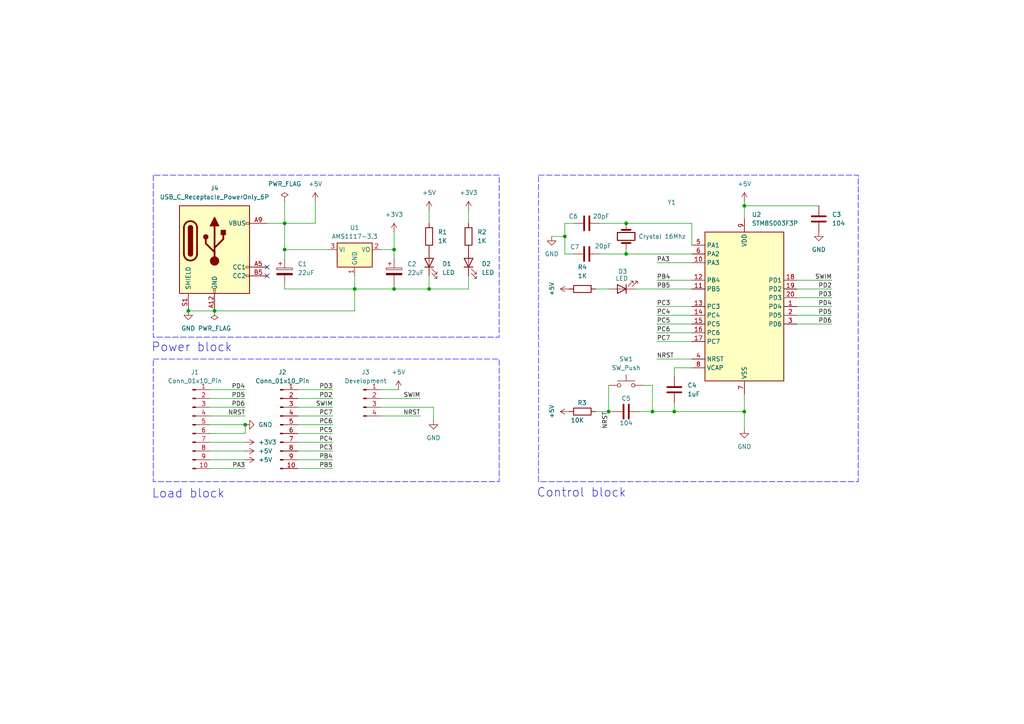
<source format=kicad_sch>
(kicad_sch (version 20250114) (generator "eeschema") (generator_version "9.0")
  (paper "A4")
  (title_block (title "Development Kit STM8S003F3") (date "2025-09-19") (rev "Rev1") (company "Lê Xuân Khánh"))
  (lib_symbols
    (symbol "Connector:Conn_01x04_Pin" (pin_names (offset 1.016) (hide yes))
      (property "Reference" "J" (at 0 5.08 0))
      (property "Value" "Conn_01x04_Pin" (at 0 -7.62 0))
      (symbol "Conn_01x04_Pin_1_1"
        (rectangle (start 0.8636 2.667) (end 0 2.413) (stroke (width 0.1524)) (fill (type outline)))
        (rectangle (start 0.8636 0.127) (end 0 -0.127) (stroke (width 0.1524)) (fill (type outline)))
        (rectangle (start 0.8636 -2.413) (end 0 -2.667) (stroke (width 0.1524)) (fill (type outline)))
        (rectangle (start 0.8636 -4.953) (end 0 -5.207) (stroke (width 0.1524)) (fill (type outline)))
        (polyline (pts (xy 1.27 2.54) (xy 0.8636 2.54)) (stroke (width 0.1524)))
        (polyline (pts (xy 1.27 0) (xy 0.8636 0)) (stroke (width 0.1524)))
        (polyline (pts (xy 1.27 -2.54) (xy 0.8636 -2.54)) (stroke (width 0.1524)))
        (polyline (pts (xy 1.27 -5.08) (xy 0.8636 -5.08)) (stroke (width 0.1524)))
        (pin passive line (at 5.08 2.54 180) (length 3.81) (name "Pin_1") (number "1"))
        (pin passive line (at 5.08 0 180) (length 3.81) (name "Pin_2") (number "2"))
        (pin passive line (at 5.08 -2.54 180) (length 3.81) (name "Pin_3") (number "3"))
        (pin passive line (at 5.08 -5.08 180) (length 3.81) (name "Pin_4") (number "4"))
      )
    )
    (symbol "Connector:Conn_01x10_Pin" (pin_names (offset 1.016) (hide yes))
      (property "Reference" "J" (at 0 12.7 0))
      (property "Value" "Conn_01x10_Pin" (at 0 -15.24 0))
      (symbol "Conn_01x10_Pin_1_1"
        (rectangle (start 0.8636 10.287) (end 0 10.033) (stroke (width 0.1524)) (fill (type outline)))
        (rectangle (start 0.8636 7.747) (end 0 7.493) (stroke (width 0.1524)) (fill (type outline)))
        (rectangle (start 0.8636 5.207) (end 0 4.953) (stroke (width 0.1524)) (fill (type outline)))
        (rectangle (start 0.8636 2.667) (end 0 2.413) (stroke (width 0.1524)) (fill (type outline)))
        (rectangle (start 0.8636 0.127) (end 0 -0.127) (stroke (width 0.1524)) (fill (type outline)))
        (rectangle (start 0.8636 -2.413) (end 0 -2.667) (stroke (width 0.1524)) (fill (type outline)))
        (rectangle (start 0.8636 -4.953) (end 0 -5.207) (stroke (width 0.1524)) (fill (type outline)))
        (rectangle (start 0.8636 -7.493) (end 0 -7.747) (stroke (width 0.1524)) (fill (type outline)))
        (rectangle (start 0.8636 -10.033) (end 0 -10.287) (stroke (width 0.1524)) (fill (type outline)))
        (rectangle (start 0.8636 -12.573) (end 0 -12.827) (stroke (width 0.1524)) (fill (type outline)))
        (polyline (pts (xy 1.27 10.16) (xy 0.8636 10.16)) (stroke (width 0.1524)))
        (polyline (pts (xy 1.27 7.62) (xy 0.8636 7.62)) (stroke (width 0.1524)))
        (polyline (pts (xy 1.27 5.08) (xy 0.8636 5.08)) (stroke (width 0.1524)))
        (polyline (pts (xy 1.27 2.54) (xy 0.8636 2.54)) (stroke (width 0.1524)))
        (polyline (pts (xy 1.27 0) (xy 0.8636 0)) (stroke (width 0.1524)))
        (polyline (pts (xy 1.27 -2.54) (xy 0.8636 -2.54)) (stroke (width 0.1524)))
        (polyline (pts (xy 1.27 -5.08) (xy 0.8636 -5.08)) (stroke (width 0.1524)))
        (polyline (pts (xy 1.27 -7.62) (xy 0.8636 -7.62)) (stroke (width 0.1524)))
        (polyline (pts (xy 1.27 -10.16) (xy 0.8636 -10.16)) (stroke (width 0.1524)))
        (polyline (pts (xy 1.27 -12.7) (xy 0.8636 -12.7)) (stroke (width 0.1524)))
        (pin passive line (at 5.08 10.16 180) (length 3.81) (name "Pin_1") (number "1"))
        (pin passive line (at 5.08 7.62 180) (length 3.81) (name "Pin_2") (number "2"))
        (pin passive line (at 5.08 5.08 180) (length 3.81) (name "Pin_3") (number "3"))
        (pin passive line (at 5.08 2.54 180) (length 3.81) (name "Pin_4") (number "4"))
        (pin passive line (at 5.08 0 180) (length 3.81) (name "Pin_5") (number "5"))
        (pin passive line (at 5.08 -2.54 180) (length 3.81) (name "Pin_6") (number "6"))
        (pin passive line (at 5.08 -5.08 180) (length 3.81) (name "Pin_7") (number "7"))
        (pin passive line (at 5.08 -7.62 180) (length 3.81) (name "Pin_8") (number "8"))
        (pin passive line (at 5.08 -10.16 180) (length 3.81) (name "Pin_9") (number "9"))
        (pin passive line (at 5.08 -12.7 180) (length 3.81) (name "Pin_10") (number "10"))
      )
    )
    (symbol "Connector:USB_C_Receptacle_PowerOnly_6P" (pin_names (offset 1.016))
      (property "Reference" "J" (at 0 16.51 0))
      (property "Value" "USB_C_Receptacle_PowerOnly_6P" (at 0 13.97 0))
      (symbol "USB_C_Receptacle_PowerOnly_6P_0_0"
        (rectangle (start -0.254 -12.7) (end 0.254 -11.684))
        (rectangle (start 10.16 7.874) (end 9.144 7.366))
        (rectangle (start 10.16 -4.826) (end 9.144 -5.334))
        (rectangle (start 10.16 -7.366) (end 9.144 -7.874))
      )
      (symbol "USB_C_Receptacle_PowerOnly_6P_0_1"
        (rectangle (start -10.16 12.7) (end 10.16 -12.7) (stroke (width 0.254)) (fill (type background)))
        (polyline (pts (xy -8.89 -1.27) (xy -8.89 6.35)) (stroke (width 0.508)))
        (rectangle (start -7.62 -1.27) (end -6.35 6.35) (stroke (width 0.254)) (fill (type outline)))
        (arc (start -7.62 6.35) (mid -6.985 6.9823) (end -6.35 6.35) (stroke (width 0.254)))
        (arc (start -7.62 6.35) (mid -6.985 6.9823) (end -6.35 6.35) (stroke (width 0.254)) (fill (type outline)))
        (arc (start -8.89 6.35) (mid -6.985 8.2467) (end -5.08 6.35) (stroke (width 0.508)))
        (arc (start -5.08 -1.27) (mid -6.985 -3.1667) (end -8.89 -1.27) (stroke (width 0.508)))
        (arc (start -6.35 -1.27) (mid -6.985 -1.9023) (end -7.62 -1.27) (stroke (width 0.254)))
        (arc (start -6.35 -1.27) (mid -6.985 -1.9023) (end -7.62 -1.27) (stroke (width 0.254)) (fill (type outline)))
        (polyline (pts (xy -5.08 6.35) (xy -5.08 -1.27)) (stroke (width 0.508)))
        (circle (center -2.54 3.683) (radius 0.635) (stroke (width 0.254)) (fill (type outline)))
        (polyline (pts (xy -1.27 6.858) (xy 0 9.398) (xy 1.27 6.858) (xy -1.27 6.858)) (stroke (width 0.254)) (fill (type outline)))
        (polyline (pts (xy 0 0.508) (xy 2.54 3.048) (xy 2.54 4.318)) (stroke (width 0.508)))
        (polyline (pts (xy 0 -0.762) (xy -2.54 1.778) (xy -2.54 3.048)) (stroke (width 0.508)))
        (polyline (pts (xy 0 -3.302) (xy 0 6.858)) (stroke (width 0.508)))
        (circle (center 0 -3.302) (radius 1.27) (fill (type outline)))
        (rectangle (start 1.905 4.318) (end 3.175 5.588) (stroke (width 0.254)) (fill (type outline)))
      )
      (symbol "USB_C_Receptacle_PowerOnly_6P_1_1"
        (pin passive line (at -7.62 -17.78 90) (length 5.08) (name "SHIELD") (number "S1"))
        (pin passive line (at 0 -17.78 90) (length 5.08) (name "GND") (number "A12"))
        (pin passive line (at 0 -17.78 90) (length 5.08) (hide yes) (name "GND") (number "B12"))
        (pin passive line (at 15.24 7.62 180) (length 5.08) (name "VBUS") (number "A9"))
        (pin passive line (at 15.24 7.62 180) (length 5.08) (hide yes) (name "VBUS") (number "B9"))
        (pin bidirectional line (at 15.24 -5.08 180) (length 5.08) (name "CC1") (number "A5"))
        (pin bidirectional line (at 15.24 -7.62 180) (length 5.08) (name "CC2") (number "B5"))
      )
    )
    (symbol "Device:C" (pin_numbers (hide yes)) (pin_names (offset 0.254))
      (property "Reference" "C" (at 0.635 2.54 0))
      (property "Value" "C" (at 0.635 -2.54 0))
      (symbol "C_0_1"
        (polyline (pts (xy -2.032 0.762) (xy 2.032 0.762)) (stroke (width 0.508)))
        (polyline (pts (xy -2.032 -0.762) (xy 2.032 -0.762)) (stroke (width 0.508)))
      )
      (symbol "C_1_1"
        (pin passive line (at 0 3.81 270) (length 2.794) (name "~") (number "1"))
        (pin passive line (at 0 -3.81 90) (length 2.794) (name "~") (number "2"))
      )
    )
    (symbol "Device:C_Polarized" (pin_numbers (hide yes)) (pin_names (offset 0.254))
      (property "Reference" "C" (at 0.635 2.54 0))
      (property "Value" "C_Polarized" (at 0.635 -2.54 0))
      (symbol "C_Polarized_0_1"
        (rectangle (start -2.286 0.508) (end 2.286 1.016))
        (polyline (pts (xy -1.778 2.286) (xy -0.762 2.286)))
        (polyline (pts (xy -1.27 2.794) (xy -1.27 1.778)))
        (rectangle (start 2.286 -0.508) (end -2.286 -1.016) (fill (type outline)))
      )
      (symbol "C_Polarized_1_1"
        (pin passive line (at 0 3.81 270) (length 2.794) (name "~") (number "1"))
        (pin passive line (at 0 -3.81 90) (length 2.794) (name "~") (number "2"))
      )
    )
    (symbol "Device:Crystal" (pin_numbers (hide yes)) (pin_names (offset 1.016) (hide yes))
      (property "Reference" "Y" (at 0 3.81 0))
      (property "Value" "Crystal" (at 0 -3.81 0))
      (symbol "Crystal_0_1"
        (polyline (pts (xy -2.54 0) (xy -1.905 0)))
        (polyline (pts (xy -1.905 -1.27) (xy -1.905 1.27)) (stroke (width 0.508)))
        (rectangle (start -1.143 2.54) (end 1.143 -2.54) (stroke (width 0.3048)))
        (polyline (pts (xy 1.905 -1.27) (xy 1.905 1.27)) (stroke (width 0.508)))
        (polyline (pts (xy 2.54 0) (xy 1.905 0)))
      )
      (symbol "Crystal_1_1"
        (pin passive line (at -3.81 0 0) (length 1.27) (name "1") (number "1"))
        (pin passive line (at 3.81 0 180) (length 1.27) (name "2") (number "2"))
      )
    )
    (symbol "Device:LED" (pin_numbers (hide yes)) (pin_names (offset 1.016) (hide yes))
      (property "Reference" "D" (at 0 2.54 0))
      (property "Value" "LED" (at 0 -2.54 0))
      (symbol "LED_0_1"
        (polyline (pts (xy -3.048 -0.762) (xy -4.572 -2.286) (xy -3.81 -2.286) (xy -4.572 -2.286) (xy -4.572 -1.524)))
        (polyline (pts (xy -1.778 -0.762) (xy -3.302 -2.286) (xy -2.54 -2.286) (xy -3.302 -2.286) (xy -3.302 -1.524)))
        (polyline (pts (xy -1.27 0) (xy 1.27 0)))
        (polyline (pts (xy -1.27 -1.27) (xy -1.27 1.27)) (stroke (width 0.254)))
        (polyline (pts (xy 1.27 -1.27) (xy 1.27 1.27) (xy -1.27 0) (xy 1.27 -1.27)) (stroke (width 0.254)))
      )
      (symbol "LED_1_1"
        (pin passive line (at -3.81 0 0) (length 2.54) (name "K") (number "1"))
        (pin passive line (at 3.81 0 180) (length 2.54) (name "A") (number "2"))
      )
    )
    (symbol "Device:R" (pin_numbers (hide yes)) (pin_names (offset 0))
      (property "Reference" "R" (at 2.032 0 90))
      (property "Value" "R" (at 0 0 90))
      (symbol "R_0_1"
        (rectangle (start -1.016 -2.54) (end 1.016 2.54) (stroke (width 0.254)))
      )
      (symbol "R_1_1"
        (pin passive line (at 0 3.81 270) (length 1.27) (name "~") (number "1"))
        (pin passive line (at 0 -3.81 90) (length 1.27) (name "~") (number "2"))
      )
    )
    (symbol "MCU_ST_STM8:STM8S003F3P"
      (property "Reference" "U" (at 1.27 25.4 0))
      (property "Value" "STM8S003F3P" (at 1.27 22.86 0))
      (symbol "STM8S003F3P_0_1"
        (rectangle (start -11.43 21.59) (end 11.43 -21.59) (stroke (width 0.254)) (fill (type background)))
      )
      (symbol "STM8S003F3P_1_1"
        (pin bidirectional line (at -15.24 17.78 0) (length 3.81) (name "PA1") (number "5"))
        (pin bidirectional line (at -15.24 15.24 0) (length 3.81) (name "PA2") (number "6"))
        (pin bidirectional line (at -15.24 12.7 0) (length 3.81) (name "PA3") (number "10"))
        (pin bidirectional line (at -15.24 7.62 0) (length 3.81) (name "PB4") (number "12"))
        (pin bidirectional line (at -15.24 5.08 0) (length 3.81) (name "PB5") (number "11"))
        (pin bidirectional line (at -15.24 0 0) (length 3.81) (name "PC3") (number "13"))
        (pin bidirectional line (at -15.24 -2.54 0) (length 3.81) (name "PC4") (number "14"))
        (pin bidirectional line (at -15.24 -5.08 0) (length 3.81) (name "PC5") (number "15"))
        (pin bidirectional line (at -15.24 -7.62 0) (length 3.81) (name "PC6") (number "16"))
        (pin bidirectional line (at -15.24 -10.16 0) (length 3.81) (name "PC7") (number "17"))
        (pin input line (at -15.24 -15.24 0) (length 3.81) (name "NRST") (number "4"))
        (pin passive line (at -15.24 -17.78 0) (length 3.81) (name "VCAP") (number "8"))
        (pin power_in line (at 0 25.4 270) (length 3.81) (name "VDD") (number "9"))
        (pin power_in line (at 0 -25.4 90) (length 3.81) (name "VSS") (number "7"))
        (pin bidirectional line (at 15.24 7.62 180) (length 3.81) (name "PD1") (number "18"))
        (pin bidirectional line (at 15.24 5.08 180) (length 3.81) (name "PD2") (number "19"))
        (pin bidirectional line (at 15.24 2.54 180) (length 3.81) (name "PD3") (number "20"))
        (pin bidirectional line (at 15.24 0 180) (length 3.81) (name "PD4") (number "1"))
        (pin bidirectional line (at 15.24 -2.54 180) (length 3.81) (name "PD5") (number "2"))
        (pin bidirectional line (at 15.24 -5.08 180) (length 3.81) (name "PD6") (number "3"))
      )
    )
    (symbol "Regulator_Linear:AMS1117-3.3"
      (property "Reference" "U" (at -3.81 3.175 0))
      (property "Value" "AMS1117-3.3" (at 0 3.175 0))
      (symbol "AMS1117-3.3_0_1"
        (rectangle (start -5.08 -5.08) (end 5.08 1.905) (stroke (width 0.254)) (fill (type background)))
      )
      (symbol "AMS1117-3.3_1_1"
        (pin power_in line (at -7.62 0 0) (length 2.54) (name "VI") (number "3"))
        (pin power_in line (at 0 -7.62 90) (length 2.54) (name "GND") (number "1"))
        (pin power_out line (at 7.62 0 180) (length 2.54) (name "VO") (number "2"))
      )
    )
    (symbol "Switch:SW_Push" (pin_numbers (hide yes)) (pin_names (offset 1.016) (hide yes))
      (property "Reference" "SW" (at 1.27 2.54 0))
      (property "Value" "SW_Push" (at 0 -1.524 0))
      (symbol "SW_Push_0_1"
        (circle (center -2.032 0) (radius 0.508))
        (polyline (pts (xy 0 1.27) (xy 0 3.048)))
        (circle (center 2.032 0) (radius 0.508))
        (polyline (pts (xy 2.54 1.27) (xy -2.54 1.27)))
        (pin passive line (at -5.08 0 0) (length 2.54) (name "1") (number "1"))
        (pin passive line (at 5.08 0 180) (length 2.54) (name "2") (number "2"))
      )
    )
    (symbol "power:+3V3" (power) (pin_numbers (hide yes)) (pin_names (offset 0) (hide yes))
      (property "Value" "+3V3" (at 0 3.556 0))
      (symbol "+3V3_0_1"
        (polyline (pts (xy -0.762 1.27) (xy 0 2.54)))
        (polyline (pts (xy 0 2.54) (xy 0.762 1.27)))
        (polyline (pts (xy 0 0) (xy 0 2.54)))
      )
      (symbol "+3V3_1_1"
        (pin power_in line (at 0 0 90) (length 0) (name "~") (number "1"))
      )
    )
    (symbol "power:+5V" (power) (pin_numbers (hide yes)) (pin_names (offset 0) (hide yes))
      (property "Value" "+5V" (at 0 3.556 0))
      (symbol "+5V_0_1"
        (polyline (pts (xy -0.762 1.27) (xy 0 2.54)))
        (polyline (pts (xy 0 2.54) (xy 0.762 1.27)))
        (polyline (pts (xy 0 0) (xy 0 2.54)))
      )
      (symbol "+5V_1_1"
        (pin power_in line (at 0 0 90) (length 0) (name "~") (number "1"))
      )
    )
    (symbol "power:GND" (power) (pin_numbers (hide yes)) (pin_names (offset 0) (hide yes))
      (property "Value" "GND" (at 0 -3.81 0))
      (symbol "GND_0_1"
        (polyline (pts (xy 0 0) (xy 0 -1.27) (xy 1.27 -1.27) (xy 0 -2.54) (xy -1.27 -1.27) (xy 0 -1.27)))
      )
      (symbol "GND_1_1"
        (pin power_in line (at 0 0 270) (length 0) (name "~") (number "1"))
      )
    )
    (symbol "power:PWR_FLAG" (power) (pin_numbers (hide yes)) (pin_names (offset 0) (hide yes))
      (property "Value" "PWR_FLAG" (at 0 3.81 0))
      (symbol "PWR_FLAG_0_0"
        (pin power_out line (at 0 0 90) (length 0) (name "~") (number "1"))
      )
      (symbol "PWR_FLAG_0_1"
        (polyline (pts (xy 0 0) (xy 0 1.27) (xy -1.016 1.905) (xy 0 2.54) (xy 1.016 1.905) (xy 0 1.27)))
      )
    )
  )
  (text "Control block" (at 168.656 143.002 0) (effects (font (size 2.54 2.54))))
  (text "Power block" (at 55.626 100.838 0) (effects (font (size 2.54 2.54))))
  (text "Load block" (at 54.61 143.256 0) (effects (font (size 2.54 2.54))))
  (junction (at 163.83 68.58))
  (junction (at 124.46 83.82))
  (junction (at 114.3 72.39))
  (junction (at 54.61 90.17))
  (junction (at 181.61 73.66))
  (junction (at 82.55 64.77))
  (junction (at 62.23 90.17))
  (junction (at 176.53 119.38))
  (junction (at 102.87 83.82))
  (junction (at 82.55 72.39))
  (junction (at 215.9 119.38))
  (junction (at 71.12 123.19))
  (junction (at 114.3 83.82))
  (junction (at 189.23 119.38))
  (junction (at 181.61 64.77))
  (junction (at 215.9 59.69))
  (junction (at 195.58 119.38))
  (no_connect (at 77.47 80.01))
  (no_connect (at 77.47 77.47))
  (wire (pts (xy 190.5 81.28) (xy 200.66 81.28)))
  (wire (pts (xy 184.15 83.82) (xy 200.66 83.82)))
  (wire (pts (xy 172.72 119.38) (xy 176.53 119.38)))
  (wire (pts (xy 86.36 133.35) (xy 96.52 133.35)))
  (wire (pts (xy 200.66 64.77) (xy 200.66 71.12)))
  (wire (pts (xy 195.58 109.22) (xy 195.58 106.68)))
  (wire (pts (xy 110.49 72.39) (xy 114.3 72.39)))
  (wire (pts (xy 60.96 125.73) (xy 71.12 125.73)))
  (wire (pts (xy 86.36 120.65) (xy 96.52 120.65)))
  (wire (pts (xy 195.58 119.38) (xy 215.9 119.38)))
  (wire (pts (xy 86.36 123.19) (xy 96.52 123.19)))
  (wire (pts (xy 60.96 130.81) (xy 71.12 130.81)))
  (wire (pts (xy 60.96 120.65) (xy 71.12 120.65)))
  (wire (pts (xy 102.87 83.82) (xy 82.55 83.82)))
  (wire (pts (xy 60.96 135.89) (xy 71.12 135.89)))
  (wire (pts (xy 60.96 118.11) (xy 71.12 118.11)))
  (wire (pts (xy 176.53 111.76) (xy 176.53 119.38)))
  (wire (pts (xy 190.5 93.98) (xy 200.66 93.98)))
  (wire (pts (xy 86.36 128.27) (xy 96.52 128.27)))
  (wire (pts (xy 190.5 96.52) (xy 200.66 96.52)))
  (wire (pts (xy 91.44 64.77) (xy 82.55 64.77)))
  (wire (pts (xy 124.46 83.82) (xy 135.89 83.82)))
  (wire (pts (xy 190.5 104.14) (xy 200.66 104.14)))
  (wire (pts (xy 195.58 106.68) (xy 200.66 106.68)))
  (wire (pts (xy 231.14 88.9) (xy 241.3 88.9)))
  (wire (pts (xy 86.36 130.81) (xy 96.52 130.81)))
  (wire (pts (xy 166.37 64.77) (xy 163.83 64.77)))
  (wire (pts (xy 181.61 64.77) (xy 200.66 64.77)))
  (wire (pts (xy 186.69 111.76) (xy 189.23 111.76)))
  (wire (pts (xy 160.02 68.58) (xy 163.83 68.58)))
  (wire (pts (xy 71.12 123.19) (xy 71.12 125.73)))
  (wire (pts (xy 82.55 58.42) (xy 82.55 64.77)))
  (wire (pts (xy 200.66 73.66) (xy 181.61 73.66)))
  (wire (pts (xy 114.3 82.55) (xy 114.3 83.82)))
  (wire (pts (xy 86.36 113.03) (xy 96.52 113.03)))
  (wire (pts (xy 110.49 113.03) (xy 115.57 113.03)))
  (wire (pts (xy 215.9 119.38) (xy 215.9 124.46)))
  (wire (pts (xy 60.96 115.57) (xy 71.12 115.57)))
  (wire (pts (xy 190.5 88.9) (xy 200.66 88.9)))
  (wire (pts (xy 190.5 76.2) (xy 200.66 76.2)))
  (wire (pts (xy 86.36 115.57) (xy 96.52 115.57)))
  (wire (pts (xy 231.14 83.82) (xy 241.3 83.82)))
  (wire (pts (xy 215.9 59.69) (xy 215.9 63.5)))
  (wire (pts (xy 195.58 116.84) (xy 195.58 119.38)))
  (wire (pts (xy 102.87 83.82) (xy 114.3 83.82)))
  (wire (pts (xy 91.44 58.42) (xy 91.44 64.77)))
  (wire (pts (xy 86.36 125.73) (xy 96.52 125.73)))
  (wire (pts (xy 110.49 115.57) (xy 121.92 115.57)))
  (wire (pts (xy 176.53 119.38) (xy 177.8 119.38)))
  (wire (pts (xy 54.61 90.17) (xy 62.23 90.17)))
  (wire (pts (xy 86.36 118.11) (xy 96.52 118.11)))
  (wire (pts (xy 102.87 90.17) (xy 62.23 90.17)))
  (wire (pts (xy 60.96 133.35) (xy 71.12 133.35)))
  (wire (pts (xy 163.83 73.66) (xy 166.37 73.66)))
  (wire (pts (xy 190.5 99.06) (xy 200.66 99.06)))
  (wire (pts (xy 82.55 82.55) (xy 82.55 83.82)))
  (wire (pts (xy 189.23 111.76) (xy 189.23 119.38)))
  (wire (pts (xy 215.9 58.42) (xy 215.9 59.69)))
  (wire (pts (xy 82.55 64.77) (xy 82.55 72.39)))
  (wire (pts (xy 114.3 72.39) (xy 114.3 74.93)))
  (wire (pts (xy 189.23 119.38) (xy 185.42 119.38)))
  (wire (pts (xy 181.61 73.66) (xy 181.61 72.39)))
  (wire (pts (xy 189.23 119.38) (xy 195.58 119.38)))
  (wire (pts (xy 82.55 72.39) (xy 95.25 72.39)))
  (wire (pts (xy 215.9 59.69) (xy 237.49 59.69)))
  (wire (pts (xy 163.83 64.77) (xy 163.83 68.58)))
  (wire (pts (xy 190.5 91.44) (xy 200.66 91.44)))
  (wire (pts (xy 135.89 83.82) (xy 135.89 80.01)))
  (wire (pts (xy 173.99 64.77) (xy 181.61 64.77)))
  (wire (pts (xy 125.73 118.11) (xy 125.73 121.92)))
  (wire (pts (xy 114.3 67.31) (xy 114.3 72.39)))
  (wire (pts (xy 82.55 72.39) (xy 82.55 74.93)))
  (wire (pts (xy 86.36 135.89) (xy 96.52 135.89)))
  (wire (pts (xy 231.14 81.28) (xy 241.3 81.28)))
  (wire (pts (xy 60.96 123.19) (xy 71.12 123.19)))
  (wire (pts (xy 77.47 64.77) (xy 82.55 64.77)))
  (wire (pts (xy 114.3 83.82) (xy 124.46 83.82)))
  (wire (pts (xy 124.46 60.96) (xy 124.46 64.77)))
  (wire (pts (xy 102.87 80.01) (xy 102.87 83.82)))
  (wire (pts (xy 60.96 113.03) (xy 71.12 113.03)))
  (wire (pts (xy 231.14 93.98) (xy 241.3 93.98)))
  (wire (pts (xy 102.87 83.82) (xy 102.87 90.17)))
  (wire (pts (xy 110.49 120.65) (xy 121.92 120.65)))
  (wire (pts (xy 60.96 128.27) (xy 71.12 128.27)))
  (wire (pts (xy 231.14 86.36) (xy 241.3 86.36)))
  (wire (pts (xy 135.89 60.96) (xy 135.89 64.77)))
  (wire (pts (xy 231.14 91.44) (xy 241.3 91.44)))
  (wire (pts (xy 124.46 80.01) (xy 124.46 83.82)))
  (wire (pts (xy 215.9 114.3) (xy 215.9 119.38)))
  (wire (pts (xy 173.99 73.66) (xy 181.61 73.66)))
  (wire (pts (xy 163.83 68.58) (xy 163.83 73.66)))
  (wire (pts (xy 110.49 118.11) (xy 125.73 118.11)))
  (wire (pts (xy 172.72 83.82) (xy 176.53 83.82)))
  (label "PD6" (at 71.12 118.11 180))
  (label "PA3" (at 71.12 135.89 180))
  (label "PD4" (at 71.12 113.03 180))
  (label "PC5" (at 190.5 93.98 0))
  (label "PD3" (at 96.52 113.03 180))
  (label "SWIM" (at 241.3 81.28 180))
  (label "PC5" (at 96.52 125.73 180))
  (label "NRST" (at 190.5 104.14 0))
  (label "PD4" (at 241.3 88.9 180))
  (label "PB5" (at 96.52 135.89 180))
  (label "PB4" (at 190.5 81.28 0))
  (label "NRST" (at 71.12 120.65 180))
  (label "NRST" (at 176.53 119.38 270))
  (label "PD5" (at 71.12 115.57 180))
  (label "PC6" (at 96.52 123.19 180))
  (label "PD5" (at 241.3 91.44 180))
  (label "PC6" (at 190.5 96.52 0))
  (label "PC7" (at 190.5 99.06 0))
  (label "PD2" (at 96.52 115.57 180))
  (label "PC7" (at 96.52 120.65 180))
  (label "PC4" (at 96.52 128.27 180))
  (label "SWIM" (at 96.52 118.11 180))
  (label "PB5" (at 190.5 83.82 0))
  (label "PB4" (at 96.52 133.35 180))
  (label "PC3" (at 96.52 130.81 180))
  (label "PC4" (at 190.5 91.44 0))
  (label "NRST" (at 121.92 120.65 180))
  (label "PD2" (at 241.3 83.82 180))
  (label "SWIM" (at 121.92 115.57 180))
  (label "PD3" (at 241.3 86.36 180))
  (label "PD6" (at 241.3 93.98 180))
  (label "PA3" (at 190.5 76.2 0))
  (label "PC3" (at 190.5 88.9 0))
  (rule_area (polyline (pts (xy 44.45 50.8) (xy 44.45 97.79) (xy 144.78 97.79) (xy 144.78 50.8)) (stroke (width 0) (type dash) (color 0 0 255 1))))
  (rule_area (polyline (pts (xy 156.21 50.8) (xy 248.92 50.8) (xy 248.92 52.07) (xy 248.92 139.7) (xy 156.21 139.7)) (stroke (width 0) (type dash) (color 0 0 255 1))))
  (rule_area (polyline (pts (xy 44.45 104.14) (xy 144.78 104.14) (xy 144.78 139.7) (xy 44.45 139.7)) (stroke (width 0) (type dash) (color 0 0 255 1))))
  (symbol (lib_id "power:+5V") (at 71.12 130.81 270) (unit 1)
    (property "Reference" "#PWR014" (effects (hide yes)))
    (property "Value" "+5V" (at 74.93 130.8099 90) (effects (justify left)))
    (property "Description" "Power symbol creates a global label with name \"+5V\"" (effects (hide yes)))
  )
  (symbol (lib_id "power:+3V3") (at 114.3 67.31 0) (unit 1)
    (property "Reference" "#PWR06" (effects (hide yes)))
    (property "Value" "+3V3" (at 114.3 62.23 0))
    (property "Description" "Power symbol creates a global label with name \"+3V3\"" (effects (hide yes)))
  )
  (symbol (lib_id "Device:C") (at 195.58 113.03 0) (unit 1)
    (property "Reference" "C4" (at 199.39 111.7599 0) (effects (justify left)))
    (property "Value" "1uF" (at 199.39 114.2999 0) (effects (justify left)))
    (property "Footprint" "Capacitor_SMD:C_0805_2012Metric_Pad1.18x1.45mm_HandSolder" (effects (hide yes)))
    (property "Description" "Unpolarized capacitor" (effects (hide yes)))
  )
  (symbol (lib_id "power:GND") (at 125.73 121.92 0) (unit 1)
    (property "Reference" "#PWR011" (effects (hide yes)))
    (property "Value" "GND" (at 125.73 127 0))
    (property "Description" "Power symbol creates a global label with name \"GND\" , ground" (effects (hide yes)))
  )
  (symbol (lib_id "Connector:USB_C_Receptacle_PowerOnly_6P") (at 62.23 72.39 0) (unit 1)
    (property "Reference" "J4" (at 62.23 54.61 0))
    (property "Value" "USB_C_Receptacle_PowerOnly_6P" (at 62.23 57.15 0))
    (property "Footprint" "Connector_USB:USB_C_Receptacle_HRO_TYPE-C-31-M-17" (effects (hide yes)))
    (property "Datasheet" "https://www.usb.org/sites/default/files/documents/usb_type-c.zip" (effects (hide yes)))
    (property "Description" "USB Power-Only 6P Type-C Receptacle connector" (effects (hide yes)))
  )
  (symbol (lib_id "power:+5V") (at 215.9 58.42 0) (unit 1)
    (property "Reference" "#PWR03" (effects (hide yes)))
    (property "Value" "+5V" (at 215.9 53.34 0))
    (property "Description" "Power symbol creates a global label with name \"+5V\"" (effects (hide yes)))
  )
  (symbol (lib_id "power:GND") (at 54.61 90.17 0) (unit 1)
    (property "Reference" "#PWR017" (effects (hide yes)))
    (property "Value" "GND" (at 54.61 95.25 0))
    (property "Description" "Power symbol creates a global label with name \"GND\" , ground" (effects (hide yes)))
  )
  (symbol (lib_id "power:+5V") (at 71.12 133.35 270) (unit 1)
    (property "Reference" "#PWR015" (effects (hide yes)))
    (property "Value" "+5V" (at 74.93 133.3499 90) (effects (justify left)))
    (property "Description" "Power symbol creates a global label with name \"+5V\"" (effects (hide yes)))
  )
  (symbol (lib_id "Device:C_Polarized") (at 82.55 78.74 0) (unit 1)
    (property "Reference" "C1" (at 86.36 76.5809 0) (effects (justify left)))
    (property "Value" "22uF" (at 86.36 79.1209 0) (effects (justify left)))
    (property "Footprint" "Capacitor_SMD:CP_Elec_4x5.4" (effects (hide yes)))
    (property "Description" "Polarized capacitor" (effects (hide yes)))
  )
  (symbol (lib_id "Device:LED") (at 180.34 83.82 180) (unit 1)
    (property "Reference" "D3" (at 180.594 78.74 0))
    (property "Value" "LED" (at 180.34 80.772 0))
    (property "Footprint" "LED_SMD:LED_0805_2012Metric_Pad1.15x1.40mm_HandSolder" (effects (hide yes)))
    (property "Description" "Light emitting diode" (effects (hide yes)))
    (property "Sim.Pins" "1=K 2=A" (effects (hide yes)))
  )
  (symbol (lib_id "Switch:SW_Push") (at 181.61 111.76 0) (unit 1)
    (property "Reference" "SW1" (at 181.61 104.14 0))
    (property "Value" "SW_Push" (at 181.61 106.68 0))
    (property "Footprint" "Button_Switch_SMD:SW_Push_1P1T_NO_E-Switch_TL3301NxxxxxG" (effects (hide yes)))
    (property "Description" "Push button switch, generic, two pins" (effects (hide yes)))
  )
  (symbol (lib_id "Device:Crystal") (at 181.61 68.58 90) (unit 1)
    (property "Reference" "Y1" (at 193.548 58.674 90) (effects (justify right)))
    (property "Value" "Crystal 16Mhz" (at 185.166 68.58 90) (effects (justify right)))
    (property "Footprint" "Crystal:Crystal_SMD_HC49-SD_HandSoldering" (effects (hide yes)))
    (property "Description" "Two pin crystal" (effects (hide yes)))
  )
  (symbol (lib_id "Device:C") (at 170.18 64.77 90) (unit 1)
    (property "Reference" "C6" (at 167.64 62.738 90) (effects (justify left)))
    (property "Value" "20pF" (at 176.784 62.738 90) (effects (justify left)))
    (property "Footprint" "Capacitor_SMD:C_0805_2012Metric_Pad1.18x1.45mm_HandSolder" (effects (hide yes)))
    (property "Description" "Unpolarized capacitor" (effects (hide yes)))
  )
  (symbol (lib_id "Device:C") (at 170.18 73.66 270) (unit 1)
    (property "Reference" "C7" (at 165.354 71.628 90) (effects (justify left)))
    (property "Value" "20pF" (at 172.466 71.374 90) (effects (justify left)))
    (property "Footprint" "Capacitor_SMD:C_0805_2012Metric_Pad1.18x1.45mm_HandSolder" (effects (hide yes)))
    (property "Description" "Unpolarized capacitor" (effects (hide yes)))
  )
  (symbol (lib_id "power:+3V3") (at 71.12 128.27 270) (unit 1)
    (property "Reference" "#PWR016" (effects (hide yes)))
    (property "Value" "+3V3" (at 74.93 128.2699 90) (effects (justify left)))
    (property "Description" "Power symbol creates a global label with name \"+3V3\"" (effects (hide yes)))
  )
  (symbol (lib_id "Device:R") (at 168.91 119.38 90) (unit 1)
    (property "Reference" "R3" (at 170.18 116.84 90) (effects (justify left)))
    (property "Value" "10K" (at 169.418 121.92 90) (effects (justify left)))
    (property "Footprint" "Resistor_SMD:R_0805_2012Metric_Pad1.20x1.40mm_HandSolder" (effects (hide yes)))
    (property "Description" "Resistor" (effects (hide yes)))
  )
  (symbol (lib_id "Device:LED") (at 124.46 76.2 90) (unit 1)
    (property "Reference" "D1" (at 128.27 76.5174 90) (effects (justify right)))
    (property "Value" "LED" (at 128.27 79.0574 90) (effects (justify right)))
    (property "Footprint" "LED_SMD:LED_0805_2012Metric_Pad1.15x1.40mm_HandSolder" (effects (hide yes)))
    (property "Description" "Light emitting diode" (effects (hide yes)))
    (property "Sim.Pins" "1=K 2=A" (effects (hide yes)))
  )
  (symbol (lib_id "Connector:Conn_01x04_Pin") (at 105.41 115.57 0) (unit 1)
    (property "Reference" "J3" (at 106.045 107.95 0))
    (property "Value" "Development" (at 106.045 110.49 0))
    (property "Footprint" "Connector_PinHeader_2.54mm:PinHeader_1x04_P2.54mm_Vertical" (effects (hide yes)))
    (property "Description" "Generic connector, single row, 01x04, script generated" (effects (hide yes)))
  )
  (symbol (lib_id "power:+5V") (at 124.46 60.96 0) (unit 1)
    (property "Reference" "#PWR08" (effects (hide yes)))
    (property "Value" "+5V" (at 124.46 55.88 0))
    (property "Description" "Power symbol creates a global label with name \"+5V\"" (effects (hide yes)))
  )
  (symbol (lib_id "Device:C") (at 237.49 63.5 0) (unit 1)
    (property "Reference" "C3" (at 241.3 62.2299 0) (effects (justify left)))
    (property "Value" "104" (at 241.3 64.7699 0) (effects (justify left)))
    (property "Footprint" "Capacitor_SMD:C_0805_2012Metric_Pad1.18x1.45mm_HandSolder" (effects (hide yes)))
    (property "Description" "Unpolarized capacitor" (effects (hide yes)))
  )
  (symbol (lib_id "MCU_ST_STM8:STM8S003F3P") (at 215.9 88.9 0) (unit 1)
    (property "Reference" "U2" (at 218.0433 62.23 0) (effects (justify left)))
    (property "Value" "STM8S003F3P" (at 218.0433 64.77 0) (effects (justify left)))
    (property "Footprint" "Package_SO:TSSOP-20_4.4x6.5mm_P0.65mm" (effects (hide yes)))
    (property "Datasheet" "http://www.st.com/st-web-ui/static/active/en/resource/technical/document/datasheet/DM00024550.pdf" (effects (hide yes)))
    (property "Description" "16MHz, 8K Flash, 1K RAM, 128 EEPROM, USART, I²C, SPI, TSSOP-20" (effects (hide yes)))
  )
  (symbol (lib_id "power:PWR_FLAG") (at 62.23 90.17 180) (unit 1)
    (property "Reference" "#FLG03" (effects (hide yes)))
    (property "Value" "PWR_FLAG" (at 62.23 95.25 0))
    (property "Description" "Special symbol for telling ERC where power comes from" (effects (hide yes)))
  )
  (symbol (lib_id "power:+3V3") (at 135.89 60.96 0) (unit 1)
    (property "Reference" "#PWR09" (effects (hide yes)))
    (property "Value" "+3V3" (at 135.89 55.88 0))
    (property "Description" "Power symbol creates a global label with name \"+3V3\"" (effects (hide yes)))
  )
  (symbol (lib_id "power:+5V") (at 165.1 83.82 90) (unit 1)
    (property "Reference" "#PWR010" (effects (hide yes)))
    (property "Value" "+5V" (at 160.02 83.82 0))
    (property "Description" "Power symbol creates a global label with name \"+5V\"" (effects (hide yes)))
  )
  (symbol (lib_id "power:+5V") (at 165.1 119.38 90) (unit 1)
    (property "Reference" "#PWR07" (effects (hide yes)))
    (property "Value" "+5V" (at 160.02 119.38 0))
    (property "Description" "Power symbol creates a global label with name \"+5V\"" (effects (hide yes)))
  )
  (symbol (lib_id "Connector:Conn_01x10_Pin") (at 81.28 123.19 0) (unit 1)
    (property "Reference" "J2" (at 81.915 107.95 0))
    (property "Value" "Conn_01x10_Pin" (at 81.915 110.49 0))
    (property "Footprint" "Connector_PinHeader_2.54mm:PinHeader_1x10_P2.54mm_Vertical" (effects (hide yes)))
    (property "Description" "Generic connector, single row, 01x10, script generated" (effects (hide yes)))
  )
  (symbol (lib_id "power:GND") (at 215.9 124.46 0) (unit 1)
    (property "Reference" "#PWR05" (effects (hide yes)))
    (property "Value" "GND" (at 215.9 129.54 0))
    (property "Description" "Power symbol creates a global label with name \"GND\" , ground" (effects (hide yes)))
  )
  (symbol (lib_id "Device:R") (at 168.91 83.82 90) (unit 1)
    (property "Reference" "R4" (at 168.91 77.47 90))
    (property "Value" "1K" (at 168.91 80.01 90))
    (property "Footprint" "Resistor_SMD:R_0805_2012Metric_Pad1.20x1.40mm_HandSolder" (effects (hide yes)))
    (property "Description" "Resistor" (effects (hide yes)))
  )
  (symbol (lib_id "Device:R") (at 135.89 68.58 0) (unit 1)
    (property "Reference" "R2" (at 138.43 67.3099 0) (effects (justify left)))
    (property "Value" "1K" (at 138.43 69.8499 0) (effects (justify left)))
    (property "Footprint" "Resistor_SMD:R_0805_2012Metric_Pad1.20x1.40mm_HandSolder" (effects (hide yes)))
    (property "Description" "Resistor" (effects (hide yes)))
  )
  (symbol (lib_id "power:GND") (at 160.02 68.58 0) (unit 1)
    (property "Reference" "#PWR01" (effects (hide yes)))
    (property "Value" "GND" (at 160.02 73.66 0))
    (property "Description" "Power symbol creates a global label with name \"GND\" , ground" (effects (hide yes)))
  )
  (symbol (lib_id "Device:C") (at 181.61 119.38 90) (unit 1)
    (property "Reference" "C5" (at 181.61 115.57 90))
    (property "Value" "104" (at 181.61 122.682 90))
    (property "Footprint" "Capacitor_SMD:C_0805_2012Metric_Pad1.18x1.45mm_HandSolder" (effects (hide yes)))
    (property "Description" "Unpolarized capacitor" (effects (hide yes)))
  )
  (symbol (lib_id "power:PWR_FLAG") (at 82.55 58.42 0) (unit 1)
    (property "Reference" "#FLG01" (effects (hide yes)))
    (property "Value" "PWR_FLAG" (at 82.55 53.34 0))
    (property "Description" "Special symbol for telling ERC where power comes from" (effects (hide yes)))
  )
  (symbol (lib_id "power:+5V") (at 115.57 113.03 0) (unit 1)
    (property "Reference" "#PWR012" (effects (hide yes)))
    (property "Value" "+5V" (at 115.57 107.95 0))
    (property "Description" "Power symbol creates a global label with name \"+5V\"" (effects (hide yes)))
  )
  (symbol (lib_id "Device:C_Polarized") (at 114.3 78.74 0) (unit 1)
    (property "Reference" "C2" (at 118.11 76.5809 0) (effects (justify left)))
    (property "Value" "22uF" (at 118.11 79.1209 0) (effects (justify left)))
    (property "Footprint" "Capacitor_SMD:CP_Elec_4x5.4" (effects (hide yes)))
    (property "Description" "Polarized capacitor" (effects (hide yes)))
  )
  (symbol (lib_id "power:+5V") (at 91.44 58.42 0) (unit 1)
    (property "Reference" "#PWR02" (effects (hide yes)))
    (property "Value" "+5V" (at 91.44 53.34 0))
    (property "Description" "Power symbol creates a global label with name \"+5V\"" (effects (hide yes)))
  )
  (symbol (lib_id "power:GND") (at 237.49 67.31 0) (unit 1)
    (property "Reference" "#PWR04" (effects (hide yes)))
    (property "Value" "GND" (at 237.49 72.39 0))
    (property "Description" "Power symbol creates a global label with name \"GND\" , ground" (effects (hide yes)))
  )
  (symbol (lib_id "Regulator_Linear:AMS1117-3.3") (at 102.87 72.39 0) (unit 1)
    (property "Reference" "U1" (at 102.87 66.04 0))
    (property "Value" "AMS1117-3.3" (at 102.87 68.58 0))
    (property "Footprint" "Package_TO_SOT_SMD:SOT-223-3_TabPin2" (effects (hide yes)))
    (property "Datasheet" "http://www.advanced-monolithic.com/pdf/ds1117.pdf" (effects (hide yes)))
    (property "Description" "1A Low Dropout regulator, positive, 3.3V fixed output, SOT-223" (effects (hide yes)))
  )
  (symbol (lib_id "power:GND") (at 71.12 123.19 90) (unit 1)
    (property "Reference" "#PWR013" (effects (hide yes)))
    (property "Value" "GND" (at 74.93 123.1899 90) (effects (justify right)))
    (property "Description" "Power symbol creates a global label with name \"GND\" , ground" (effects (hide yes)))
  )
  (symbol (lib_id "Device:R") (at 124.46 68.58 0) (unit 1)
    (property "Reference" "R1" (at 127 67.3099 0) (effects (justify left)))
    (property "Value" "1K" (at 127 69.8499 0) (effects (justify left)))
    (property "Footprint" "Resistor_SMD:R_0805_2012Metric_Pad1.20x1.40mm_HandSolder" (effects (hide yes)))
    (property "Description" "Resistor" (effects (hide yes)))
  )
  (symbol (lib_id "Connector:Conn_01x10_Pin") (at 55.88 123.19 0) (unit 1)
    (property "Reference" "J1" (at 56.515 107.95 0))
    (property "Value" "Conn_01x10_Pin" (at 56.515 110.49 0))
    (property "Footprint" "Connector_PinHeader_2.54mm:PinHeader_1x10_P2.54mm_Vertical" (effects (hide yes)))
    (property "Description" "Generic connector, single row, 01x10, script generated" (effects (hide yes)))
  )
  (symbol (lib_id "Device:LED") (at 135.89 76.2 90) (unit 1)
    (property "Reference" "D2" (at 139.7 76.5174 90) (effects (justify right)))
    (property "Value" "LED" (at 139.7 79.0574 90) (effects (justify right)))
    (property "Footprint" "LED_SMD:LED_0805_2012Metric_Pad1.15x1.40mm_HandSolder" (effects (hide yes)))
    (property "Description" "Light emitting diode" (effects (hide yes)))
    (property "Sim.Pins" "1=K 2=A" (effects (hide yes)))
  )
)
</source>
